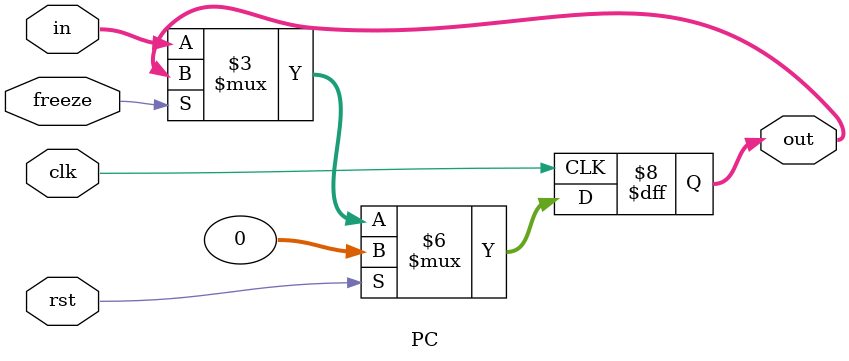
<source format=v>
`timescale 1ns/1ns
module PC(rst, clk, freeze, in, out);
  input rst, clk, freeze;
  input[31:0] in;
  output reg[31:0] out;
  
  always@(posedge clk) begin
    if(rst)
      out <= 32'b00000000000000000000000000000000;
    else if(freeze == 1'b0)
      out <= in;
  end
endmodule
</source>
